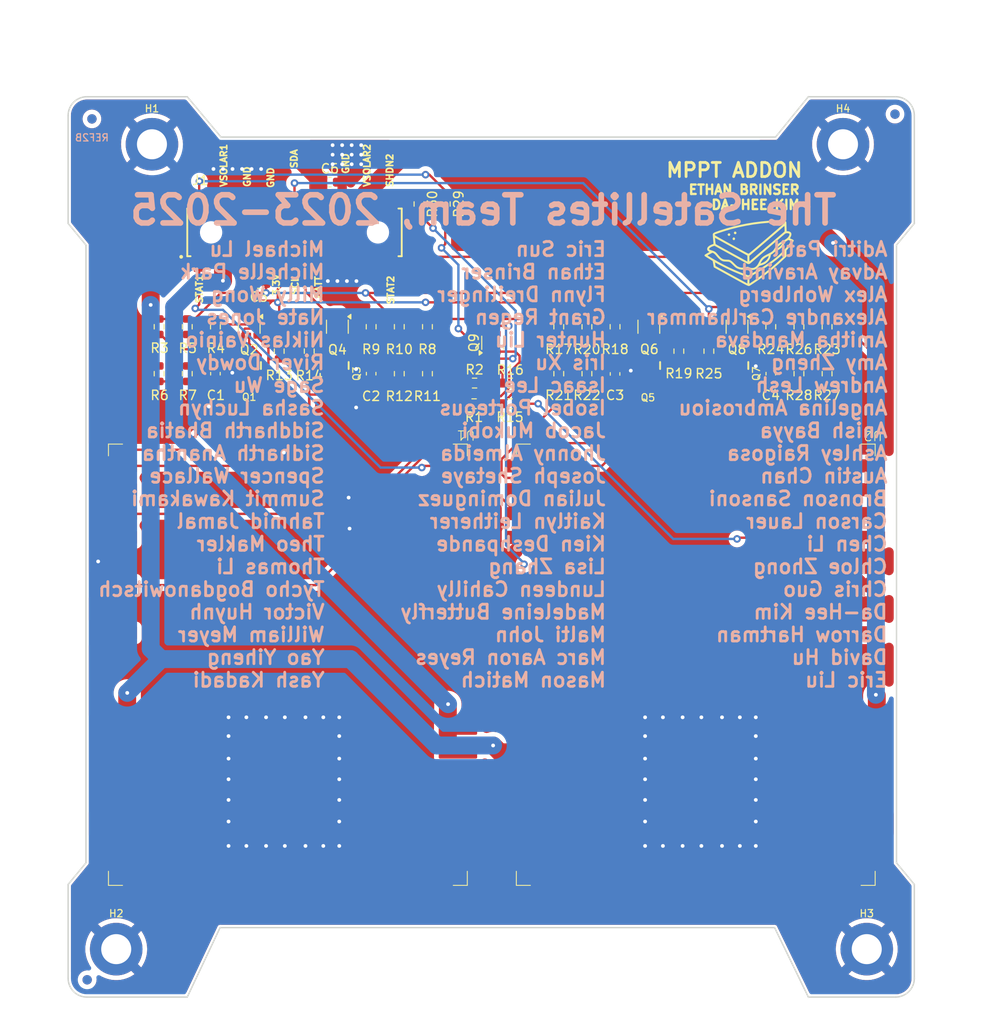
<source format=kicad_pcb>
(kicad_pcb (version 20241229) (generator "pcbnew") (generator_version "9.0")
  (title_block (date "2025-04-05") (rev "1.4"))
  (layers (0 "F.Cu" signal) (2 "B.Cu" signal) (13 "F.Paste" user) (15 "B.Paste" user) (5 "F.SilkS" user "F.Silkscreen") (7 "B.SilkS" user "B.Silkscreen") (1 "F.Mask" user) (3 "B.Mask" user) (25 "Edge.Cuts" user))
  (net 0 "")
  (net 1 "GND")
  (net 2 "Net-(Q1B-G1)")
  (net 3 "Net-(Q3B-G1)")
  (net 4 "Net-(Q5B-G1)")
  (net 5 "Net-(Q7B-G1)")
  (net 6 "Net-(Q1A-G2)")
  (net 7 "Net-(Q1A-D1)")
  (net 8 "/SCL")
  (net 9 "/I2C Bus Protection/SDL_DEVICE")
  (net 10 "Net-(Q3A-G2)")
  (net 11 "Net-(Q3A-D1)")
  (net 12 "/SDA")
  (net 13 "Net-(Q4A-B1)")
  (net 14 "/I2C Bus Protection/SDA_DEVICE")
  (net 15 "Net-(Q5A-G2)")
  (net 16 "Net-(Q5A-D1)")
  (net 17 "Net-(Q6A-B1)")
  (net 18 "/I2C Bus Protection1/SDL_DEVICE")
  (net 19 "Net-(Q7A-G2)")
  (net 20 "Net-(Q7A-D1)")
  (net 21 "Net-(Q8A-B1)")
  (net 22 "/I2C Bus Protection1/SDA_DEVICE")
  (net 23 "+3.3V")
  (net 25 "Net-(U1-V_{DD})")
  (net 28 "/STAT_1")
  (net 29 "Net-(U1-CA)")
  (net 30 "/~{SHDN_1}")
  (net 32 "+BATT")
  (net 34 "/VSOLAR_2")
  (net 36 "Net-(U2-V_{DD})")
  (net 39 "/STAT_2")
  (net 40 "Net-(U2-CA)")
  (net 41 "/~{SHDN_2}")
  (net 44 "Net-(Q2A-B1)")
  (net 45 "/VSOLAR_1")
  (net 46 "Net-(Q9B-C2)")
  (net 47 "Net-(Q9A-C1)")
  (net 48 "Net-(Q9A-B1)")
  (net 49 "Net-(Q9B-B2)")
  (footprint "MountingHole:MountingHole_3.2mm_M3_DIN965_Pad" (layer "F.Cu") (at 107.2361 57.5641)
    (property "Reference" "H1")
    (property "Value" "MountingHole_Pad")
  )
  (footprint "MountingHole:MountingHole_3.2mm_M3_DIN965_Pad" (layer "F.Cu") (at 103.4261 143.2941)
    (property "Reference" "H2")
    (property "Value" "MountingHole_Pad")
  )
  (footprint "MountingHole:MountingHole_3.2mm_M3_DIN965_Pad" (layer "F.Cu") (at 183.4261 143.2941)
    (property "Reference" "H3")
    (property "Value" "MountingHole_Pad")
  )
  (footprint "MountingHole:MountingHole_3.2mm_M3_DIN965_Pad" (layer "F.Cu") (at 180.8961 57.5641)
    (property "Reference" "H4")
    (property "Value" "MountingHole_Pad")
  )
  (footprint "Fiducial:Fiducial_1mm_Mask2mm" (layer "F.Cu") (at 100.33 146.558)
    (property "Reference" "REF1T" (hide yes))
    (property "Value" "Fiducial_1mm_Mask2mm")
  )
  (footprint "Resistor_SMD:R_0603_1608Metric" (layer "F.Cu") (at 141.625 83)
    (property "Reference" "R2")
    (property "Value" "0")
  )
  (footprint "Resistor_SMD:R_0603_1608Metric" (layer "F.Cu") (at 176.2 82 90)
    (property "Reference" "R28")
    (property "Value" "200k")
  )
  (footprint "Resistor_SMD:R_0603_1608Metric" (layer "F.Cu") (at 153.6 77 -90)
    (property "Reference" "R20")
    (property "Value" "10k")
  )
  (footprint "Resistor_SMD:R_0603_1608Metric" (layer "F.Cu") (at 138.5 63.925 -90)
    (property "Reference" "R29")
    (property "Value" "10k")
  )
  (footprint "Fiducial:Fiducial_1mm_Mask2mm" (layer "F.Cu") (at 186.436 54.356)
    (property "Reference" "REF3T" (hide yes))
    (property "Value" "Fiducial_1mm_Mask2mm")
  )
  (footprint "Resistor_SMD:R_0603_1608Metric" (layer "F.Cu") (at 111 77 -90)
    (property "Reference" "R5")
    (property "Value" "10k")
  )
  (footprint "Package_TO_SOT_SMD:SOT-363_SC-70-6" (layer "F.Cu") (at 127 77 -90)
    (property "Reference" "Q4")
    (property "Value" "MBT2222ADW1T1")
  )
  (footprint "Resistor_SMD:R_0603_1608Metric" (layer "F.Cu") (at 114 77 -90)
    (property "Reference" "R4")
    (property "Value" "680")
  )
  (footprint "Resistor_SMD:R_0603_1608Metric" (layer "F.Cu") (at 166.6 79.6 90)
    (property "Reference" "R25")
    (property "Value" "0")
  )
  (footprint "Resistor_SMD:R_0603_1608Metric" (layer "F.Cu") (at 145.425 83 180)
    (property "Reference" "R16")
    (property "Value" "100k")
  )
  (footprint "Resistor_SMD:R_0603_1608Metric" (layer "F.Cu") (at 120.8 79.6 90)
    (property "Reference" "R13")
    (property "Value" "0")
  )
  (footprint "Resistor_SMD:R_0603_1608Metric" (layer "F.Cu") (at 150.6 77 -90)
    (property "Reference" "R17")
    (property "Value" "100k")
  )
  (footprint "Capacitor_SMD:C_0603_1608Metric" (layer "F.Cu") (at 130.6 82 90)
    (property "Reference" "C2")
    (property "Value" "10nF")
  )
  (footprint "ssi_IC:LT8491-mezzanine" (layer "F.Cu") (at 140.35 90 180)
    (property "Reference" "U1")
    (property "Value" "LT8491-mezzanine")
  )
  (footprint "Capacitor_SMD:C_0603_1608Metric" (layer "F.Cu") (at 118.625 72.4 180)
    (property "Reference" "C5")
    (property "Value" "0.1uF")
  )
  (footprint "Resistor_SMD:R_0603_1608Metric" (layer "F.Cu") (at 150.6 82 -90)
    (property "Reference" "R21")
    (property "Value" "10k")
  )
  (footprint "Resistor_SMD:R_0603_1608Metric" (layer "F.Cu") (at 133.6 82 90)
    (property "Reference" "R12")
    (property "Value" "200k")
  )
  (footprint "Resistor_SMD:R_0603_1608Metric" (layer "F.Cu") (at 133.6 77 -90)
    (property "Reference" "R10")
    (property "Value" "10k")
  )
  (footprint "Resistor_SMD:R_0603_1608Metric" (layer "F.Cu") (at 173.2 77 -90)
    (property "Reference" "R24")
    (property "Value" "680")
  )
  (footprint "Resistor_SMD:R_0603_1608Metric" (layer "F.Cu") (at 130.6 77 -90)
    (property "Reference" "R9")
    (property "Value" "680")
  )
  (footprint "Package_TO_SOT_SMD:SOT-363_SC-70-6" (layer "F.Cu") (at 143.55 78.7 90)
    (property "Reference" "Q9")
    (property "Value" "MBT2222ADW1T1")
  )
  (footprint "Resistor_SMD:R_0603_1608Metric" (layer "F.Cu") (at 141.575 85.2 180)
    (property "Reference" "R1")
    (property "Value" "100k")
  )
  (footprint "Resistor_SMD:R_0603_1608Metric" (layer "F.Cu") (at 179.2 77 -90)
    (property "Reference" "R23")
    (property "Value" "100k")
  )
  (footprint "Resistor_SMD:R_0603_1608Metric" (layer "F.Cu") (at 163.4 79.6 90)
    (property "Reference" "R19")
    (property "Value" "0")
  )
  (footprint "Resistor_SMD:R_0603_1608Metric" (layer "F.Cu") (at 124 79.6 90)
    (property "Reference" "R14")
    (property "Value" "0")
  )
  (footprint "Capacitor_SMD:C_0603_1608Metric" (layer "F.Cu") (at 173.2 82 90)
    (property "Reference" "C4")
    (property "Value" "10nF")
  )
  (footprint "Resistor_SMD:R_0603_1608Metric" (layer "F.Cu") (at 108 77 -90)
    (property "Reference" "R3")
    (property "Value" "100k")
  )
  (footprint "Resistor_SMD:R_0603_1608Metric" (layer "F.Cu") (at 136.6 77 -90)
    (property "Reference" "R8")
    (property "Value" "100k")
  )
  (footprint "Capacitor_SMD:C_0603_1608Metric" (layer "F.Cu") (at 126.2 61.6)
    (property "Reference" "C6")
    (property "Value" "0.1uF")
  )
  (footprint "ssi_transistor:BSS138DWQ-7" (layer "F.Cu") (at 127 82 -90)
    (property "Reference" "Q3")
    (property "Value" "BSS138DWQ-7" (hide yes))
  )
  (footprint "Fiducial:Fiducial_1mm_Mask2mm" (layer "F.Cu") (at 100.838 54.864 90)
    (property "Reference" "REF2T" (hide yes))
    (property "Value" "Fiducial_1mm_Mask2mm")
  )
  (footprint "Resistor_SMD:R_0603_1608Metric" (layer "F.Cu") (at 176.2 77 -90)
    (property "Reference" "R26")
    (property "Value" "10k")
  )
  (footprint "Resistor_SMD:R_0603_1608Metric" (layer "F.Cu") (at 108 82 -90)
    (property "Reference" "R6")
    (property "Value" "10k")
  )
  (footprint "Capacitor_SMD:C_0603_1608Metric" (layer "F.Cu") (at 114 82 90)
    (property "Reference" "C1")
    (property "Value" "10nF")
  )
  (footprint "Resistor_SMD:R_0603_1608Metric" (layer "F.Cu") (at 153.6 82 90)
    (property "Reference" "R22")
    (property "Value" "200k")
  )
  (footprint "ssi_transistor:BSS138DWQ-7" (layer "F.Cu") (at 160.2 82 -90)
    (property "Reference" "Q5")
    (property "Value" "BSS138DWQ-7" (hide yes))
  )
  (footprint "Resistor_SMD:R_0603_1608Metric" (layer "F.Cu") (at 135.7 63.925 -90)
    (property "Reference" "R30")
    (property "Value" "10k")
  )
  (footprint "Package_TO_SOT_SMD:SOT-363_SC-70-6" (layer "F.Cu") (at 117.6 77 -90)
    (property "Reference" "Q2")
    (property "Value" "MBT2222ADW1T1")
  )
  (footprint "ssi_IC:LT8491-mezzanine" (layer "F.Cu") (at 183.825 90 180)
    (property "Reference" "U2")
    (property "Value" "LT8491-mezzanine")
  )
  (footprint "ssi_transistor:BSS138DWQ-7" (layer "F.Cu") (at 117.65 82 -90)
    (property "Reference" "Q1")
    (property "Value" "BSS138DWQ-7" (hide yes))
  )
  (footprint "Package_TO_SOT_SMD:SOT-363_SC-70-6" (layer "F.Cu") (at 160.2 77 -90)
    (property "Reference" "Q6")
    (property "Value" "MBT2222ADW1T1")
  )
  (footprint "Resistor_SMD:R_0603_1608Metric" (layer "F.Cu") (at 156.6 77 -90)
    (property "Reference" "R18")
    (property "Value" "680")
  )
  (footprint "ssi_transistor:BSS138DWQ-7" (layer "F.Cu") (at 169.6 82 -90)
    (property "Reference" "Q7")
    (property "Value" "BSS138DWQ-7" (hide yes))
  )
  (footprint "ssi_connector:SAMTEC_HW-09-XX-X-D-XXX-SM-A" (layer "F.Cu") (at 122.43 66.95)
    (property "Reference" "J1")
    (property "Value" "HW-09-10-L-D-400-SM")
  )
  (footprint "ssi_drawings:logo_sandwich" (layer "F.Cu") (at 170.9 68.5)
    (property "Reference" "G***" (hide yes))
    (property "Value" "logo_sandwich" (hide yes))
  )
  (footprint "Package_TO_SOT_SMD:SOT-363_SC-70-6" (layer "F.Cu") (at 169.6 77 -90)
    (property "Reference" "Q8")
    (property "Value" "MBT2222ADW1T1")
  )
  (footprint "Resistor_SMD:R_0603_1608Metric" (layer "F.Cu") (at 145.4 85.2 180)
    (property "Reference" "R15")
    (property "Value" "0")
  )
  (footprint "Resistor_SMD:R_0603_1608Metric" (layer "F.Cu") (at 111 82 90)
    (property "Reference" "R7")
    (property "Value" "200k")
  )
  (footprint "Resistor_SMD:R_0603_1608Metric" (layer "F.Cu") (at 136.6 82 -90)
    (property "Reference" "R11")
    (property "Value" "10k")
  )
  (footprint "Capacitor_SMD:C_0603_1608Metric" (layer "F.Cu") (at 156.6 82.025 90)
    (property "Reference" "C3")
    (property "Value" "10nF")
  )
  (footprint "Resistor_SMD:R_0603_1608Metric" (layer "F.Cu") (at 179.2 82 -90)
    (property "Reference" "R27")
    (property "Value" "10k")
  )
  (footprint "Fiducial:Fiducial_1mm_Mask2mm" (layer "B.Cu") (at 186.436 54.356)
    (property "Reference" "REF1B" (hide yes))
    (property "Value" "Fiducial_1mm_Mask2mm")
  )
  (footprint "Fiducial:Fiducial_1mm_Mask2mm" (layer "B.Cu") (at 100.838 54.864)
    (property "Reference" "REF2B")
    (property "Value" "Fiducial_1mm_Mask2mm")
  )
  (footprint "Fiducial:Fiducial_1mm_Mask2mm" (layer "B.Cu") (at 100.33 146.558)
    (property "Reference" "REF3B" (hide yes))
    (property "Value" "Fiducial_1mm_Mask2mm")
  )
  (gr_line (start 188.5 54.5) (end 188.5 66) (stroke (width 0.15)) (layer "Edge.Cuts"))
  (gr_line (start 186.6 68.3) (end 186.6 134.1) (stroke (width 0.15)) (layer "Edge.Cuts"))
  (gr_arc (start 186.5 52.5) (mid 187.914214 53.085786) (end 188.5 54.5) (stroke (width 0.15)) (layer "Edge.Cuts"))
  (gr_line (start 188.5 136.4) (end 188.5 146.4) (stroke (width 0.15)) (layer "Edge.Cuts"))
  (gr_line (start 186.5 52.5) (end 177.2 52.5) (stroke (width 0.15)) (layer "Edge.Cuts"))
  (gr_line (start 111 52.5) (end 100.3 52.5) (stroke (width 0.15)) (layer "Edge.Cuts"))
  (gr_line (start 173.6 141) (end 177.2 148.4) (stroke (width 0.15)) (layer "Edge.Cuts"))
  (gr_line (start 98.3 136.4) (end 98.3 146.4) (stroke (width 0.15)) (layer "Edge.Cuts"))
  (gr_line (start 98.3 54.5) (end 98.3 66) (stroke (width 0.15)) (layer "Edge.Cuts"))
  (gr_line (start 186.6 68.3) (end 188.5 66) (stroke (width 0.15)) (layer "Edge.Cuts"))
  (gr_line (start 114.5 141) (end 111 148.4) (stroke (width 0.15)) (layer "Edge.Cuts"))
  (gr_line (start 114.6 56.8) (end 173.7 56.8) (stroke (width 0.15)) (layer "Edge.Cuts"))
  (gr_line (start 186.6 134.1) (end 188.5 136.4) (stroke (width 0.15)) (layer "Edge.Cuts"))
  (gr_line (start 100.2 68.3) (end 98.3 66) (stroke (width 0.15)) (layer "Edge.Cuts"))
  (gr_line (start 177.2 52.5) (end 173.7 56.8) (stroke (width 0.15)) (layer "Edge.Cuts"))
  (gr_line (start 114.6 56.8) (end 111 52.5) (stroke (width 0.15)) (layer "Edge.Cuts"))
  (gr_arc (start 98.3 54.5) (mid 98.885786 53.085786) (end 100.3 52.5) (stroke (width 0.15)) (layer "Edge.Cuts"))
  (gr_line (start 100.2 134.1) (end 100.2 68.3) (stroke (width 0.15)) (layer "Edge.Cuts"))
  (gr_arc (start 100.3 148.4) (mid 98.885786 147.814214) (end 98.3 146.4) (stroke (width 0.15)) (layer "Edge.Cuts"))
  (gr_line (start 173.6 141) (end 114.5 141) (stroke (width 0.15)) (layer "Edge.Cuts"))
  (gr_line (start 111 148.4) (end 100.3 148.4) (stroke (width 0.15)) (layer "Edge.Cuts"))
  (gr_line (start 186.5 148.4) (end 177.2 148.4) (stroke (width 0.15)) (layer "Edge.Cuts"))
  (gr_line (start 100.2 134.1) (end 98.3 136.4) (stroke (width 0.15)) (layer "Edge.Cuts"))
  (gr_arc (start 188.5 146.4) (mid 187.914214 147.814214) (end 186.5 148.4) (stroke (width 0.15)) (layer "Edge.Cuts"))
  (gr_text "GND\n" (at 120.3 62.3 90) (layer "F.SilkS") (effects (font (size 0.7 0.7) (thickness 0.175) (bold yes)) (justify left bottom)))
  (gr_text "STAT1" (at 112.7 74.6 90) (layer "F.SilkS") (effects (font (size 0.7 0.7) (thickness 0.175) (bold yes)) (justify left bottom)))
  (gr_text "GND\n" (at 117.8 62.2 90) (layer "F.SilkS") (effects (font (size 0.7 0.7) (thickness 0.175) (bold yes)) (justify left bottom)))
  (gr_text "BATT\n" (at 125.4 74.1 90) (layer "F.SilkS") (effects (font (size 0.7 0.7) (thickness 0.175) (bold yes)) (justify left bottom)))
  (gr_text "VSOLAR2\n\n" (at 131.7 62.2 90) (layer "F.SilkS") (effects (font (size 0.7 0.7) (thickness 0.175) (bold yes)) (justify left bottom)))
  (gr_text "SDA" (at 122.8 60.2 90) (layer "F.SilkS") (effects (font (size 0.7 0.7) (thickness 0.175) (bold yes)) (justify left bottom)))
  (gr_text "ETHAN BRINSER\nDA-HEE KIM\n" (at 176.4 64.6 0) (layer "F.SilkS") (effects (font (size 1 1) (thickness 0.25) (bold yes)) (justify right bottom)))
  (gr_text "GND\n" (at 128.3 60.8 90) (layer "F.SilkS") (effects (font (size 0.7 0.7) (thickness 0.175) (bold yes)) (justify left bottom)))
  (gr_text "MPPT ADDON" (at 161.9 61.2 0) (layer "F.SilkS") (effects (font (size 1.5 1.5) (thickness 0.3) (bold yes)) (justify left bottom)))
  (gr_text "VSOLAR1\n" (at 115.3 62.2 90) (layer "F.SilkS") (effects (font (size 0.7 0.7) (thickness 0.175) (bold yes)) (justify left bottom)))
  (gr_text "STAT2\n" (at 133.1 74.7 90) (layer "F.SilkS") (effects (font (size 0.7 0.7) (thickness 0.175) (bold yes)) (justify left bottom)))
  (gr_text "3.3V" (at 120.9 73.8 90) (layer "F.SilkS") (effects (font (size 0.7 0.7) (thickness 0.175) (bold yes)) (justify left bottom)))
  (gr_text "SCL\n" (at 122.9 73.7 90) (layer "F.SilkS") (effects (font (size 0.7 0.7) (thickness 0.175) (bold yes)) (justify left bottom)))
  (gr_text "SHDN2\n" (at 133 62.2 90) (layer "F.SilkS") (effects (font (size 0.7 0.7) (thickness 0.175) (bold yes)) (justify left bottom)))
  (gr_text "Aditri Patil\nAdvay Aravind\nAlex Wohlberg\nAlexandre Carlhammar\nAmitha Mandava\nAmy Zheng\nAndrew Lesh\nAngelina Ambrosiou\nAnish Bayya\nAshley Raigosa\nAustin Chan\nBronson Sansoni\nCarson Lauer\nChen Li\nChloe Zhong\nChris Guo\nDa-Hee Kim\nDarrow Hartman\nDavid Hu\nEric Liu" (at 185.8 115.5 0) (layer "B.SilkS") (effects (font (size 1.5 1.5) (thickness 0.3) (bold yes)) (justify left bottom mirror)))
  (gr_text "Michael Lu\nMichelle Park\nMilly Wong\nNate Jones\nNiklas Vainio\nRiver Dowdy\nSage Wu\nSasha Luchyn \nSiddharth Bhatia\nSidharth Anantha\nSpencer Wallace\nSummit Kawakami\nTahmid Jamal\nTheo Makler\nThomas Li\nTycho Bogdanowitsch\nVictor Huynh\nWilliam Meyer\nYao Yiheng\nYash Kadadi" (at 125.8 115.5 0) (layer "B.SilkS") (effects (font (size 1.5 1.5) (thickness 0.3) (bold yes)) (justify left bottom mirror)))
  (gr_text "Eric Sun\nEthan Brinser\nFlynn Dreilinger\nGrant Regen\nHunter Liu\nIris Xu\nIsaac Lee\nIsobel Porteous\nJacob Mukobi\nJhonny Almeida\nJoseph Shetaye\nJulian Dominguez\nKaitlyn Leitherer\nKien Deshpande\nLisa Zhang\nLundeen Cahilly\nMadeleine Butterfly\nMalti John\nMarc Aaron Reyes\nMason Matich" (at 155.8 115.5 0) (layer "B.SilkS") (effects (font (size 1.5 1.5) (thickness 0.3) (bold yes)) (justify left bottom mirror)))
  (gr_text "The Satellites Team, 2023-2025" (at 180.52365 66.34 0) (layer "B.SilkS") (effects (font (size 3 3) (thickness 0.6) (bold yes)) (justify left bottom mirror)))
  (segment (start 117 82.6) (end 117 82.95) (width 0.25) (layer "F.Cu") (net 1))
  (segment (start 130.6 81.425) (end 129.075 81.425) (width 0.25) (layer "F.Cu") (net 1))
  (segment (start 142.9 79.31538) (end 142.9 79.65) (width 0.25) (layer "F.Cu") (net 1))
  (segment (start 126.35 82.95) (end 126.35 82.64038) (width 0.25) (layer "F.Cu") (net 1))
  (segment (start 170.45 81.25) (end 170.25 81.05) (width 0.25) (layer "F.Cu") (net 1))
  (segment (start 144.2 77.75) (end 144.2 78.35) (width 0.25) (layer "F.Cu") (net 1))
  (segment (start 144.6 83) (end 144.6 81.5) (width 0.25) (layer "F.Cu") (net 1))
  (segment (start 173.2 81.25) (end 171.65 81.25) (width 0.25) (layer "F.Cu") (net 1))
  (segment (start 127.31538 81.675) (end 127.33462 81.675) (width 0.25) (layer "F.Cu") (net 1))
  (segment (start 114 81.225) (end 115.125 81.225) (width 0.25) (layer "F.Cu") (net 1))
  (segment (start 147.075 127.38) (end 147.075 124.84) (width 1) (layer "F.Cu") (net 1))
  (segment (start 160.85 81.35962) (end 160.53462 81.675) (width 0.25) (layer "F.Cu") (net 1))
  (segment (start 139.9 125.315) (end 139.425 124.84) (width 1) (layer "F.Cu") (net 1))
  (segment (start 171.6 81.2) (end 171.55 81.25) (width 0.25) (layer "F.Cu") (net 1))
  (segment (start 184.925 124.84) (end 184.925 127.38) (width 1) (layer "F.Cu") (net 1))
  (segment (start 142.9 82.55) (end 142.45 83) (width 0.25) (layer "F.Cu") (net 1))
  (segment (start 170.45 81.25) (end 171.55 81.25) (width 0.25) (layer "F.Cu") (net 1))
  (segment (start 127.33462 81.675) (end 127.65 81.35962) (width 0.25) (layer "F.Cu") (net 1))
  (segment (start 115.8 81.9) (end 117.75962 81.9) (width 0.25) (layer "F.Cu") (net 1))
  (segment (start 143.55 79) (end 143.21538 79) (width 0.25) (layer "F.Cu") (net 1))
  (segment (start 117.7 69.9025) (end 117.35 69.5525) (width 0.25) (layer "F.Cu") (net 1))
  (segment (start 142.9 79.65) (end 142.9 82.55) (width 0.25) (layer "F.Cu") (net 1))
  (segment (start 144.2 78.35) (end 143.55 79) (width 0.25) (layer "F.Cu") (net 1))
  (segment (start 117.75962 81.9) (end 117.7 81.9) (width 0.25) (layer "F.Cu") (net 1))
  (segment (start 139.9 126.905) (end 139.9 125.315) (width 1) (layer "F.Cu") (net 1))
  (segment (start 126.35 82.64038) (end 127.31538 81.675) (width 0.25) (layer "F.Cu") (net 1))
  (segment (start 118.3 81.05) (end 118.3 81.35962) (width 0.25) (layer "F.Cu") (net 1))
  (segment (start 171.65 81.25) (end 171.6 81.2) (width 0.25) (layer "F.Cu") (net 1))
  (segment (start 117.7 81.9) (end 117 82.6) (width 0.25) (layer "F.Cu") (net 1))
  (segment (start 169.79038 81.8) (end 168.95 82.64038) (width 0.25) (layer "F.Cu") (net 1))
  (segment (start 127.65 81.35962) (end 127.65 81.05) (width 0.25) (layer "F.Cu") (net 1))
  (segment (start 127.65 81.05) (end 128.1 81.5) (width 0.25) (layer "F.Cu") (net 1))
  (segment (start 129.075 81.425) (end 129 81.5) (width 0.25) (layer "F.Cu") (net 1))
  (segment (start 117.85 72.4) (end 117.7 72.25) (width 0.25) (layer "F.Cu") (net 1))
  (segment (start 157.85 81.25) (end 159.55 82.95) (width 0.25) (layer "F.Cu") (net 1))
  (segment (start 143.21538 79) (end 142.9 79.31538) (width 0.25) (layer "F.Cu") (net 1))
  (segment (start 144.6 83) (end 142.45 83) (width 0.25) (layer "F.Cu") (net 1))
  (segment (start 156.6 81.25) (end 157.85 81.25) (width 0.25) (layer "F.Cu") (net 1))
  (segment (start 169.80962 81.8) (end 169.79038 81.8) (width 0.25) (layer "F.Cu") (net 1))
  (segment (start 118.3 81.35962) (end 117.75962 81.9) (width 0.25) (layer "F.Cu") (net 1))
  (segment (start 139.425 127.38) (end 139.9 126.905) (width 1) (layer "F.Cu") (net 1))
  (segment (start 158.275 81.675) (end 158 81.4) (width 0.25) (layer "F.Cu") (net 1))
  (segment (start 115.125 81.225) (end 115.8 81.9) (width 0.25) (layer "F.Cu") (net 1))
  (segment (start 158 81.4) (end 157.85 81.25) (width 0.25) (layer "F.Cu") (net 1))
  (segment (start 127.51 60.704) (end 127.51 64.3475) (width 1) (layer "F.Cu") (net 1))
  (segment (start 160.85 81.05) (end 160.85 81.35962) (width 0.25) (layer "F.Cu") (net 1))
  (segment (start 103.175 124.84) (end 103.175 127.38) (width 1) (layer "F.Cu") (net 1))
  (segment (start 160.53462 81.675) (end 158.275 81.675) (width 0.25) (layer "F.Cu") (net 1))
  (segment (start 126.975 63.8125) (end 127.51 64.3475) (width 0.25) (layer "F.Cu") (net 1))
  (segment (start 170.25 81.35962) (end 169.80962 81.8) (width 0.25) (layer "F.Cu") (net 1))
  (segment (start 168.95 82.95) (end 168.95 82.64038) (width 0.25) (layer "F.Cu") (net 1))
  (segment (start 117.7 72.25) (end 117.7 69.9025) (width 0.25) (layer "F.Cu") (net 1))
  (segment (start 170.25 81.05) (end 170.25 81.35962) (width 0.25) (layer "F.Cu") (net 1))
  (segment (start 128.1 81.5) (end 129 81.5) (width 0.25) (layer "F.Cu") (net 1))
  (segment (start 128.524 59.69) (end 127.51 60.704) (width 1) (layer "F.Cu") (net 1))
  (via (at 159.8 127.4) (size 0.8) (drill 0.4) (layers "F.Cu" "B.Cu") (net 1))
  (via (at 159.8 118.6) (size 0.8) (drill 0.4) (layers "F.Cu" "B.Cu") (net 1))
  (via (at 159.8 125.2) (size 0.8) (drill 0.4) (layers "F.Cu" "B.Cu") (net 1))
  (via (at 115.4 123) (size 0.8) (drill 0.4) (layers "F.Cu" "B.Cu") (net 1))
  (via (at 128.3 98.5) (size 0.8) (drill 0.4) (layers "F.Cu" "B.Cu") (net 1))
  (via (at 127.508 57.658) (size 0.8) (drill 0.4) (layers "F.Cu" "B.Cu") (net 1))
  (via (at 113.3 85.5) (size 0.8) (drill 0.4) (layers "F.Cu" "B.Cu") (net 1))
  (via (at 128.524 57.658) (size 0.8) (drill 0.4) (layers "F.Cu" "B.Cu") (net 1))
  (via (at 158.275 81.675) (size 0.8) (drill 0.4) (layers "F.Cu" "B.Cu") (net 1))
  (via (at 127.2 129.7) (size 0.8) (drill 0.4) (layers "F.Cu" "B.Cu") (net 1))
  (via (at 168 118.6) (size 0.8) (drill 0.4) (layers "F.Cu" "B.Cu") (net 1))
  (via (at 127.2 118.6) (size 0.8) (drill 0.4) (layers "F.Cu" "B.Cu") (net 1))
  (via (at 163.8 132.3) (size 0.8) (drill 0.4) (layers "F.Cu" "B.Cu") (net 1))
  (via (at 121.4 118.6) (size 0.8) (drill 0.4) (layers "F.Cu" "B.Cu") (net 1))
  (via (at 171.6 118.6) (size 0.8) (drill 0.4) (layers "F.Cu" "B.Cu") (net 1))
  (via (at 128.016 72.136) (size 0.8) (drill 0.4) (layers "F.Cu" "B.Cu") (net 1))
  (via (at 119.4 132.3) (size 0.8) (drill 0.4) (layers "F.Cu" "B.Cu") (net 1))
  (via (at 159.8 123) (size 0.8) (drill 0.4) (layers "F.Cu" "B.Cu") (net 1))
  (via (at 159.8 132.3) (size 0.8) (drill 0.4) (layers "F.Cu" "B.Cu") (net 1))
  (via (at 115.4 129.7) (size 0.8) (drill 0.4) (layers "F.Cu" "B.Cu") (net 1))
  (via (at 118.872 60.198) (size 0.8) (drill 0.4) (layers "F.Cu" "B.Cu") (net 1))
  (via (at 126.492 57.658) (size 0.8) (drill 0.4) (layers "F.Cu" "B.Cu") (net 1))
  (via (at 159.8 120.6) (size 0.8) (drill 0.4) (layers "F.Cu" "B.Cu") (net 1))
  (via (at 115.4 127.4) (size 0.8) (drill 0.4) (layers "F.Cu" "B.Cu") (net 1))
  (via (at 129.54 59.69) (size 0.8) (drill 0.4) (layers "F.Cu" "B.Cu") (net 1))
  (via (at 126.492 59.69) (size 0.8) (drill 0.4) (layers "F.Cu" "B.Cu") (net 1))
  (via (at 123.6 118.6) (size 0.8) (drill 0.4) (layers "F.Cu" "B.Cu") (net 1))
  (via (at 126.492 58.674) (size 0.8) (drill 0.4) (layers "F.Cu" "B.Cu") (net 1))
  (via (at 171.6 125.2) (size 0.8) (drill 0.4) (layers "F.Cu" "B.Cu") (net 1))
  (via (at 171.6 129.7) (size 0.8) (drill 0.4) (layers "F.Cu" "B.Cu") (net 1))
  (via (at 128.2 95.2) (size 0.8) (drill 0.4) (layers "F.Cu" "B.Cu") (net 1))
  (via (at 127.2 127.4) (size 0.8) (drill 0.4) (layers "F.Cu" "B.Cu") (net 1))
  (via (at 115.824 60.198) (size 0.8) (drill 0.4) (layers "F.Cu" "B.Cu") (net 1))
  (via (at 119.4 118.6) (size 0.8) (drill 0.4) (layers "F.Cu" "B.Cu") (net 1))
  (via (at 117.3 118.6) (size 0.8) (drill 0.4) (layers "F.Cu" "B.Cu") (net 1))
  (via (at 171.6 81.2) (size 0.8) (drill 0.4) (layers "F.Cu" "B.Cu") (net 1))
  (via (at 125.5 132.3) (size 0.8) (drill 0.4) (layers "F.Cu" "B.Cu") (net 1))
  (via (at 127 72.136) (size 0.8) (drill 0.4) (layers "F.Cu" "B.Cu") (net 1))
  (via (at 115.4 118.6) (size 0.8) (drill 0.4) (layers "F.Cu" "B.Cu") (net 1))
  (via (at 116.84 60.198) (size 0.8) (drill 0.4) (layers "F.Cu" "B.Cu") (net 1))
  (via (at 161.7 132.3) (size 0.8) (drill 0.4) (layers "F.Cu" "B.Cu") (net 1))
  (via (at 171.6 127.4) (size 0.8) (drill 0.4) (layers "F.Cu" "B.Cu") (net 1))
  (via (at 169.9 132.3) (size 0.8) (drill 0.4) (layers "F.Cu" "B.Cu") (net 1))
  (via (at 117.856 60.198) (size 0.8) (drill 0.4) (layers "F.Cu" "B.Cu") (net 1))
  (via (at 128.524 59.69) (size 0.8) (drill 0.4) (layers "F.Cu" "B.Cu") (net 1))
  (via (at 114.808 60.198) (size 0.8) (drill 0.4) (layers "F.Cu" "B.Cu") (net 1))
  (via (at 159.8 129.7) (size 0.8) (drill 0.4) (layers "F.Cu" "B.Cu") (net 1))
  (via (at 115.8 81.9) (size 0.8) (drill 0.4) (layers "F.Cu" "B.Cu") (net 1))
  (via (at 121.3 90.4) (size 0.8) (drill 0.4) (layers "F.Cu" "B.Cu") (net 1))
  (via (at 115.4 120.6) (size 0.8) (drill 0.4) (layers "F.Cu" "B.Cu") (net 1))
  (via (at 165.8 132.3) (size 0.8) (drill 0.4) (layers "F.Cu" "B.Cu") (net 1))
  (via (at 161.7 118.6) (size 0.8) (drill 0.4) (layers "F.Cu" "B.Cu") (net 1))
  (via (at 115.4 125.2) (size 0.8) (drill 0.4) (layers "F.Cu" "B.Cu") (net 1))
  (via (at 125.984 72.136) (size 0.8) (drill 0.4) (layers "F.Cu" "B.Cu") (net 1))
  (via (at 127.2 125.2) (size 0.8) (drill 0.4) (layers "F.Cu" "B.Cu") (net 1))
  (via (at 127.508 59.69) (size 0.8) (drill 0.4) (layers "F.Cu" "B.Cu") (net 1))
  (via (at 165.8 118.6) (size 0.8) (drill 0.4) (layers "F.Cu" "B.Cu") (net 1))
  (via (at 123.6 132.3) (size 0.8) (drill 0.4) (layers "F.Cu" "B.Cu") (net 1))
  (via (at 115.4 132.3) (size 0.8) (drill 0.4) (layers "F.Cu" "B.Cu") (net 1))
  (via (at 129.54 58.674) (size 0.8) (drill 0.4) (layers "F.Cu" "B.Cu") (net 1))
  (via (at 127.508 58.674) (size 0.8) (drill 0.4) (layers "F.Cu" "B.Cu") (net 1))
  (via (at 171.6 120.6) (size 0.8) (drill 0.4) (layers "F.Cu" "B.Cu") (net 1))
  (via (at 129.032 72.136) (size 0.8) (drill 0.4) (layers "F.Cu" "B.Cu") (net 1))
  (via (at 169.9 118.6) (size 0.8) (drill 0.4) (layers "F.Cu" "B.Cu") (net 1))
  (via (at 113.792 60.198) (size 0.8) (drill 0.4) (layers "F.Cu" "B.Cu") (net 1))
  (via (at 127.2 132.3) (size 0.8) (drill 0.4) (layers "F.Cu" "B.Cu") (net 1))
  (via (at 129 81.5) (size 0.8) (drill 0.4) (layers "F.Cu" "B.Cu") (net 1))
  (via (at 163.8 118.6) (size 0.8) (drill 0.4) (layers "F.Cu" "B.Cu") (net 1))
  (via (at 125.5 118.6) (size 0.8) (drill 0.4) (layers "F.Cu" "B.Cu") (net 1))
  (via (at 127.2 120.6) (size 0.8) (drill 0.4) (layers "F.Cu" "B.Cu") (net 1))
  (via (at 129.54 57.658) (size 0.8) (drill 0.4) (layers "F.Cu" "B.Cu") (net 1))
  (via (at 127.2 123) (size 0.8) (drill 0.4) (layers "F.Cu" "B.Cu") (net 1))
  (via (at 168 132.3) (size 0.8) (drill 0.4) (layers "F.Cu" "B.Cu") (net 1))
  (via (at 101.5 102) (size 0.8) (drill 0.4) (layers "F.Cu" "B.Cu") (net 1))
  (via (at 171.6 132.3) (size 0.8) (drill 0.4) (layers "F.Cu" "B.Cu") (net 1))
  (via (at 121.4 132.3) (size 0.8) (drill 0.4) (layers "F.Cu" "B.Cu") (net 1))
  (via (at 128.524 58.674) (size 0.8) (drill 0.4) (layers "F.Cu" "B.Cu") (net 1))
  (via (at 117.3 132.3) (size 0.8) (drill 0.4) (layers "F.Cu" "B.Cu") (net 1))
  (via (at 171.6 123) (size 0.8) (drill 0.4) (layers "F.Cu" "B.Cu") (net 1))
  (via (at 129 85.6) (size 0.8) (drill 0.4) (layers "F.Cu" "B.Cu") (net 1))
  (segment (start 115.8 83) (end 113.3 85.5) (width 0.25) (layer "B.Cu") (net 1))
  (segment (start 118.2 90.4) (end 113.3 85.5) (width 0.25) (layer "B.Cu") (net 1))
  (segment (start 121.3 90.4) (end 118.2 90.4) (width 0.25) (layer "B.Cu") (net 1))
  (segment (start 115.8 81.9) (end 115.8 83) (width 0.25) (layer "B.Cu") (net 1))
  (segment (start 158.275 81.675) (end 158.1 81.85) (width 0.25) (layer "B.Cu") (net 1))
  (segment (start 117.65 83.25962) (end 117.30962 83.6) (width 0.25) (layer "F.Cu") (net 2))
  (segment (start 117.65 82.95) (end 117.65 83.25962) (width 0.25) (layer "F.Cu") (net 2))
  (segment (start 117.30962 83.6) (end 114.8 83.6) (width 0.25) (layer "F.Cu") (net 2))
  (segment (start 112.425 82.6) (end 111 81.175) (width 0.25) (layer "F.Cu") (net 2))
  (segment (start 114.8 83.6) (end 114.275 83.075) (width 0.25) (layer "F.Cu") (net 2))
  (segment (start 114.275 82.6) (end 112.425 82.6) (width 0.25) (layer "F.Cu") (net 2))
  (segment (start 130.775 83) (end 128.65962 83) (width 0.25) (layer "F.Cu") (net 3))
  (segment (start 127.31538 82.325) (end 127 82.64038) (width 0.25) (layer "F.Cu") (net 3))
  (segment (start 127 82.64038) (end 127 83.15) (width 0.25) (layer "F.Cu") (net 3))
  (segment (start 128.65962 83) (end 127.98462 82.325) (width 0.25) (layer "F.Cu") (net 3))
  (segment (start 127.98462 82.325) (end 127.31538 82.325) (width 0.25) (layer "F.Cu") (net 3))
  (segment (start 134 81.375) (end 132.4 81.375) (width 0.25) (layer "F.Cu") (net 3))
  (segment (start 132.4 81.375) (end 130.775 83) (width 0.25) (layer "F.Cu") (net 3))
  (segment (start 156.6 82.8) (end 157.375 83.575) (width 0.25) (layer "F.Cu") (net 4))
  (segment (start 160.2 83.25962) (end 160.2 82.95) (width 0.25) (layer "F.Cu") (net 4))
  (segment (start 154.975 81.175) (end 156.6 82.8) (width 0.25) (layer "F.Cu") (net 4))
  (segment (start 153.6 81.175) (end 154.975 81.175) (width 0.25) (layer "F.Cu") (net 4))
  (segment (start 157.375 83.575) (end 159.88462 83.575) (width 0.25) (layer "F.Cu") (net 4))
  (segment (start 159.88462 83.575) (end 160.2 83.25962) (width 0.25) (layer "F.Cu") (net 4))
  (segment (start 174.575 82.8) (end 176.2 81.175) (width 0.25) (layer "F.Cu") (net 5))
  (segment (start 169.6 82.64038) (end 169.91538 82.325) (width 0.25) (layer "F.Cu") (net 5))
  (segment (start 169.6 82.95) (end 169.6 82.64038) (width 0.25) (layer "F.Cu") (net 5))
  (segment (start 172.725 82.325) (end 173.2 82.8) (width 0.25) (layer "F.Cu") (net 5))
  (segment (start 173.2 82.8) (end 174.575 82.8) (width 0.25) (layer "F.Cu") (net 5))
  (segment (start 169.91538 82.325) (end 172.725 82.325) (width 0.25) (layer "F.Cu") (net 5))
  (segment (start 117.125 79.475) (end 117.65 80) (width 0.25) (layer "F.Cu") (net 6))
  (segment (start 117.125 80.475) (end 117 80.6) (width 0.25) (layer "F.Cu") (net 6))
  (segment (start 117.65 80) (end 117.65 81.05) (width 0.25) (layer "F.Cu") (net 6))
  (segment (start 109.725 79.4) (end 117.05 79.4) (width 0.25) (layer "F.Cu") (net 6))
  (segment (start 117 80.6) (end 117 81.05) (width 0.25) (layer "F.Cu") (net 6))
  (segment (start 117.125 79.475) (end 117.125 80.475) (width 0.25) (layer "F.Cu") (net 6))
  (segment (start 117.05 79.4) (end 117.125 79.475) (width 0.25) (layer "F.Cu") (net 6))
  (segment (start 108.15 77.825) (end 109.725 79.4) (width 0.25) (layer "F.Cu") (net 6))
  (segment (start 113.95 77.825) (end 113.95 78.75) (width 0.25) (layer "F.Cu") (net 7))
  (segment (start 114 78.8) (end 117.6 78.8) (width 0.25) (layer "F.Cu") (net 7))
  (segment (start 111.825 78.8) (end 114 78.8) (width 0.25) (layer "F.Cu") (net 7))
  (segment (start 111.2 78.175) (end 111.825 78.8) (width 0.25) (layer "F.Cu") (net 7))
  (segment (start 118.825 82.425) (end 118.3 82.95) (width 0.25) (layer "F.Cu") (net 7))
  (segment (start 118.825 80.025) (end 118.825 82.425) (width 0.25) (layer "F.Cu") (net 7))
  (segment (start 117.6 78.8) (end 117.6 77.95) (width 0.25) (layer "F.Cu") (net 7))
  (segment (start 113.95 78.75) (end 114 78.8) (width 0.25) (layer "F.Cu") (net 7))
  (segment (start 117.6 78.8) (end 118.825 80.025) (width 0.25) (layer "F.Cu") (net 7))
  (segment (start 120.8 78.8) (end 120.8 74.55) (width 0.25) (layer "F.Cu") (net 8))
  (segment (start 160.85 76.38462) (end 160.85 76.05) (width 0.25) (layer "F.Cu") (net 8))
  (segment (start 120.8 74.55) (end 120.65 74.4) (width 0.25) (layer "F.Cu") (net 8))
  (segment (start 120.65 73) (end 122.43 71.22) (width 0.25) (layer "F.Cu") (net 8))
  (segment (start 163.4 78.6) (end 163.4 78.775) (width 0.25) (layer "F.Cu") (net 8))
  (segment (start 159.55 76.38462) (end 159.86538 76.7) (width 0.25) (layer "F.Cu") (net 8))
  (segment (start 120.2 74.225) (end 118.44038 74.225) (width 0.25) (layer "F.Cu") (net 8))
  (segment (start 120.075 74.225) (end 120.2 74.225) (width 0.25) (layer "F.Cu") (net 8))
  (segment (start 159.86538 76.7) (end 160.53462 76.7) (width 0.25) (layer "F.Cu") (net 8))
  (segment (start 118.44038 74.225) (end 116.95 75.71538) (width 0.25) (layer "F.Cu") (net 8))
  (segment (start 160.53462 76.7) (end 160.85 76.38462) (width 0.25) (layer "F.Cu") (net 8))
  (segment (start 160.85 75.688604) (end 159.561396 74.4) (width 0.25) (layer "F.Cu") (net 8))
  (segment (start 159.561396 74.4) (end 136.4 74.4) (width 0.25) (layer "F.Cu") (net 8))
  (segment (start 120.65 74.4) (end 120.65 73) (width 0.25) (layer "F.Cu") (net 8))
  (segment (start 116.95 75.71538) (end 116.95 76.05) (width 0.25) (layer "F.Cu") (net 8))
  (segment (start 118.25 76.05) (end 120.075 74.225) (width 0.25) (layer "F.Cu") (net 8))
  (segment (start 160.85 76.05) (end 160.85 75.688604) (width 0.25) (layer "F.Cu") (net 8))
  (segment (start 120.475 74.225) (end 120.2 74.225) (width 0.25) (layer "F.Cu") (net 8))
  (segment (start 120.65 74.4) (end 120.475 74.225) (width 0.25) (layer "F.Cu") (net 8))
  (segment (start 159.55 76.05) (end 159.55 76.38462) (width 0.25) (layer "F.Cu") (net 8))
  (segment (start 122.43 71.22) (end 122.43 69.5525) (width 0.25) (layer "F.Cu") (net 8))
  (segment (start 160.85 76.05) (end 163.4 78.6) (width 0.25) (layer "F.Cu") (net 8))
  (via (at 120.65 74.4) (size 0.8) (drill 0.4) (layers "F.Cu" "B.Cu") (net 8))
  (via (at 136.4 74.4) (size 0.8) (drill 0.4) (layers "F.Cu" "B.Cu") (net 8))
  (segment (start 120.65 74.4) (end 136.2 74.4) (width 0.25) (layer "B.Cu") (net 8))
  (segment (start 136.2 74.4) (end 136.4 74.4) (width 0.25) (layer "B.Cu") (net 8))
  (segment (start 117.15 77.2) (end 118.05 77.2) (width 0.25) (layer "F.Cu") (net 9))
  (segment (start 119.65 84.4) (end 119.65 84.45) (width 0.25) (layer "F.Cu") (net 9))
  (segment (start 108.15 82.825) (end 111.2 82.825) (width 0.25) (layer "F.Cu") (net 9))
  (segment (start 119.7 80.45) (end 119.65 80.4) (width 0.25) (layer "F.Cu") (net 9))
  (segment (start 116.95 77.4) (end 117.15 77.2) (width 0.25) (layer "F.Cu") (net 9))
  (segment (start 119.65 80.4) (end 119.65 84.4) (width 0.25) (layer "F.Cu") (net 9))
  (segment (start 118.05 77.2) (end 118.25 77.4) (width 0.25) (layer "F.Cu") (net 9))
  (segment (start 116.95 77.73462) (end 116.95 77.4) (width 0.25) (layer "F.Cu") (net 9))
  (segment (start 112.775 84.4) (end 119.65 84.4) (width 0.25) (layer "F.Cu") (net 9))
  (segment (start 101.76739 90.1) (end 100.8 91.06739) (width 0.25) (layer "F.Cu") (net 9))
  (segment (start 118.25 77.95) (end 118.325 77.95) (width 0.25) (layer "F.Cu") (net 9))
  (segment (start 120.8 80.45) (end 119.7 80.45) (width 0.25) (layer "F.Cu") (net 9))
  (segment (start 103.6 94.36) (end 101.55 94.36) (width 0.25) (layer "F.Cu") (net 9))
  (segment (start 100.8 93.61) (end 100.8 91.06739) (width 0.25) (layer "F.Cu") (net 9))
  (segment (start 101.55 94.36) (end 100.8 93.61) (width 0.25) (layer "F.Cu") (net 9))
  (segment (start 114 86.5) (end 110.4 90.1) (width 0.25) (layer "F.Cu") (net 9))
  (segment (start 119.65 79.275) (end 119.65 80.4) (width 0.25) (layer "F.Cu") (net 9))
  (segment (start 110.95 82.575) (end 112.775 84.4) (width 0.25) (layer "F.Cu") (net 9))
  (segment (start 118.25 77.4) (end 118.25 77.73462) (width 0.25) (layer "F.Cu") (net 9))
  (segment (start 118.325 77.95) (end 119.65 79.275) (width 0.25) (layer "F.Cu") (net 9))
  (segment (start 119.65 84.45) (end 117.6 86.5) (width 0.25) (layer "F.Cu") (net 9))
  (segment (start 110.4 90.1) (end 101.76739 90.1) (width 0.25) (layer "F.Cu") (net 9))
  (segment (start 117.6 86.5) (end 114 86.5) (width 0.25) (layer "F.Cu") (net 9))
  (segment (start 126.35 81.05) (end 126.3 81) (width 0.25) (layer "F.Cu") (net 10))
  (segment (start 126.3 81) (end 126.3 80.65) (width 0.25) (layer "F.Cu") (net 10))
  (segment (start 126.3 80.65) (end 126.55 80.4) (width 0.25) (layer "F.Cu") (net 10))
  (segment (start 127 80.4) (end 127 81.05) (width 0.25) (layer "F.Cu") (net 10))
  (segment (start 136.6 77.825) (end 134.025 80.4) (width 0.25) (layer "F.Cu") (net 10))
  (segment (start 126.55 80.4) (end 127 80.4) (width 0.25) (layer "F.Cu") (net 10))
  (segment (start 134.025 80.4) (end 127 80.4) (width 0.25) (layer "F.Cu") (net 10))
  (segment (start 130.025 78.6) (end 130.8 77.825) (width 0.25) (layer "F.Cu") (net 11))
  (segment (start 127 77.9) (end 127 78.23462) (width 0.25) (layer "F.Cu") (net 11))
  (segment (start 133.6 77.825) (end 130.6 77.825) (width 0.25) (layer "F.Cu") (net 11))
  (segment (start 125.825 83.625) (end 125.825 79.675) (width 0.25) (layer "F.Cu") (net 11))
  (segment (start 127.33462 83.775) (end 125.975 83.775) (width 0.25) (layer "F.Cu") (net 11))
  (segment (start 127.65 83.45962) (end 127.33462 83.775) (width 0.25) (layer "F.Cu") (net 11))
  (segment (start 127.1 78.6) (end 130.025 78.6) (width 0.25) (layer "F.Cu") (net 11))
  (segment (start 127 78.5) (end 127.1 78.6) (width 0.25) (layer "F.Cu") (net 11))
  (segment (start 127 78.5) (end 127 78.23462) (width 0.25) (layer "F.Cu") (net 11))
  (segment (start 125.975 83.775) (end 125.825 83.625) (width 0.25) (layer "F.Cu") (net 11))
  (segment (start 127.65 83.15) (end 127.65 83.45962) (width 0.25) (layer "F.Cu") (net 11))
  (segment (start 125.825 79.675) (end 127 78.5) (width 0.25) (layer "F.Cu") (net 11))
  (segment (start 170.25 76.38462) (end 169.93462 76.7) (width 0.25) (layer "F.Cu") (net 12))
  (segment (start 167.8 74.9) (end 168.95 76.05) (width 0.25) (layer "F.Cu") (net 12))
  (segment (start 126.35 76) (end 123.6 73.25) (width 0.25) (layer "F.Cu") (net 12))
  (segment (start 123.6 73.25) (end 123.6 65.5175) (width 0.25) (layer "F.Cu") (net 12))
  (segment (start 123.6 65.5175) (end 122.43 64.3475) (width 0.25) (layer "F.Cu") (net 12))
  (segment (start 169.93462 76.7) (end 169.26538 76.7) (width 0.25) (layer "F.Cu") (net 12))
  (segment (start 170.25 76.05) (end 170.25 76.38462) (width 0.25) (layer "F.Cu") (net 12))
  (segment (start 126.35 75.66538) (end 126.35 76) (width 0.25) (layer "F.Cu") (net 12))
  (segment (start 127.65 75.66538) (end 127.33462 75.35) (width 0.25) (layer "F.Cu") (net 12))
  (segment (start 127.33462 75.35) (end 126.66538 75.35) (width 0.25) (layer "F.Cu") (net 12))
  (segment (start 169.26538 76.7) (end 168.95 76.38462) (width 0.25) (layer "F.Cu") (net 12))
  (segment (start 168.95 76.38462) (end 168.95 76.05) (width 0.25) (layer "F.Cu") (net 12))
  (segment (start 166.6 74.9) (end 167.8 74.9) (width 0.25) (layer "F.Cu") (net 12))
  (segment (start 127.65 76) (end 127.65 75.66538) (width 0.25) (layer "F.Cu") (net 12))
  (segment (start 126.35 76.4) (end 124 78.75) (width 0.25) (layer "F.Cu") (net 12))
  (segment (start 126.35 76) (end 126.35 76.4) (width 0.25) (layer "F.Cu") (net 12))
  (segment (start 122.43 61.7) (end 122.43 64.3475) (width 0.25) (layer "F.Cu") (net 12))
  (segment (start 166.6 78.775) (end 166.6 74.9) (width 0.25) (layer "F.Cu") (net 12))
  (segment (start 126.66538 75.35) (end 126.35 75.66538) (width 0.25) (layer "F.Cu") (net 12))
  (via (at 122.43 61.7) (size 0.8) (drill 0.4) (layers "F.Cu" "B.Cu") (net 12))
  (via (at 166.6 75.1) (size 0.8) (drill 0.4) (layers "F.Cu" "B.Cu") (net 12))
  (segment (start 122.43 61.7) (end 153.2 61.7) (width 0.25) (layer "B.Cu") (net 12))
  (segment (start 153.2 61.7) (end 166.6 75.1) (width 0.25) (layer "B.Cu") (net 12))
  (segment (start 127 76.5) (end 127 76) (width 0.25) (layer "F.Cu") (net 13))
  (segment (start 130.275 76.7) (end 127.2 76.7) (width 0.25) (layer "F.Cu") (net 13))
  (segment (start 130.8 76.175) (end 130.275 76.7) (width 0.25) (layer "F.Cu") (net 13))
  (segment (start 127.2 76.7) (end 127 76.5) (width 0.25) (layer "F.Cu") (net 13))
  (segment (start 127.33462 77.25) (end 126.66538 77.25) (width 0.25) (layer "F.Cu") (net 14))
  (segment (start 134 83.025) (end 136.6 83.025) (width 0.25) (layer "F.Cu") (net 14))
  (segment (start 126.35 77.9) (end 124 80.25) (width 0.25) (layer "F.Cu") (net 14))
  (segment (start 117.83 91.82) (end 103.6 91.82) (width 0.25) (layer "F.Cu") (net 14))
  (segment (start 124 84.225) (end 132.8 84.225) (width 0.25) (layer "F.Cu") (net 14))
  (segment (start 124 80.4) (end 124 85.65) (width 0.25) (layer "F.Cu") (net 14))
  (segment (start 127.65 77.9) (end 127.65 77.56538) (width 0.25) (layer "F.Cu") (net 14))
  (segment (start 124 85.65) (end 117.83 91.82) (width 0.25) (layer "F.Cu") (net 14))
  (segment (start 127.65 77.56538) (end 127.33462 77.25) (width 0.25) (layer "F.Cu") (net 14))
  (segment (start 132.8 84.225) (end 134 83.025) (width 0.25) (layer "F.Cu") (net 14))
  (segment (start 126.66538 77.25) (end 126.35 77.56538) (width 0.25) (layer "F.Cu") (net 14))
  (segment (start 124 80.25) (end 124 80.4) (width 0.25) (layer "F.Cu") (net 14))
  (segment (start 126.35 77.56538) (end 126.35 77.9) (width 0.25) (layer "F.Cu") (net 14))
  (segment (start 124 85.65) (end 124 84.225) (width 0.25) (layer "F.Cu") (net 14))
  (segment (start 159.95 80.45) (end 158.95 80.45) (width 0.25) (layer "F.Cu") (net 15))
  (segment (start 150.6 77.825) (end 153.225 80.45) (width 0.25) (layer "F.Cu") (net 15))
  (segment (start 160.2 80.7) (end 159.95 80.45) (width 0.25) (layer "F.Cu") (net 15))
  (segment (start 153.225 80.45) (end 158.95 80.45) (width 0.25) (layer "F.Cu") (net 15))
  (segment (start 160.2 81.05) (end 160.2 80.7) (width 0.25) (layer "F.Cu") (net 15))
  (segment (start 158.95 80.45) (end 159.55 81.05) (width 0.25) (layer "F.Cu") (net 15))
  (segment (start 160.2 79.44038) (end 161.375 80.61538) (width 0.25) (layer "F.Cu") (net 16))
  (segment (start 156.6 79.44038) (end 160.2 79.44038) (width 0.25) (layer "F.Cu") (net 16))
  (segment (start 160.2 77.95) (end 160.2 79.44038) (width 0.25) (layer "F.Cu") (net 16))
  (segment (start 153.6 77.825) (end 155.21538 79.44038) (width 0.25) (layer "F.Cu") (net 16))
  (segment (start 155.21538 79.44038) (end 156.6 79.44038) (width 0.25) (layer "F.Cu") (net 16))
  (segment (start 161.375 82.425) (end 160.85 82.95) (width 0.25) (layer "F.Cu") (net 16))
  (segment (start 161.375 80.61538) (end 161.375 82.425) (width 0.25) (layer "F.Cu") (net 16))
  (segment (start 156.6 77.825) (end 156.6 79.44038) (width 0.25) (layer "F.Cu") (net 16))
  (segment (start 156.6 76.175) (end 157.375 75.4) (width 0.25) (layer "F.Cu") (net 17))
  (segment (start 159.925 75.4) (end 160.2 75.675) (width 0.25) (layer "F.Cu") (net 17))
  (segment (start 160.2 75.675) (end 160.2 76.05) (width 0.25) (layer "F.Cu") (net 17))
  (segment (start 157.375 75.4) (end 159.925 75.4) (width 0.25) (layer "F.Cu") (net 17))
  (segment (start 160.85 77.61538) (end 160.85 77.95) (width 0.25) (layer "F.Cu") (net 18))
  (segment (start 160.53462 77.3) (end 160.85 77.61538) (width 0.25) (layer "F.Cu") (net 18))
  (segment (start 145.82739 93.1) (end 144.9 93.1) (width 0.25) (layer "F.Cu") (net 18))
  (segment (start 155.35962 89.4) (end 146.2 89.4) (width 0.25) (layer "F.Cu") (net 18))
  (segment (start 159.55 77.95) (end 159.55 77.61538) (width 0.25) (layer "F.Cu") (net 18))
  (segment (start 150.6 82.825) (end 153.6 82.825) (width 0.25) (layer "F.Cu") (net 18))
  (segment (start 159.86538 77.3) (end 160.53462 77.3) (width 0.25) (layer "F.Cu") (net 18))
  (segment (start 163.325 80.425) (end 163.4 80.425) (width 0.25) (layer "F.Cu") (net 18))
  (segment (start 160.85 77.95) (end 163.325 80.425) (width 0.25) (layer "F.Cu") (net 18))
  (segment (start 144.5 91.1) (end 152.775 82.825) (width 0.25) (layer "F.Cu") (net 18))
  (segment (start 152.775 82.825) (end 153.6 82.825) (width 0.25) (layer "F.Cu") (net 18))
  (segment (start 159.55 77.61538) (end 159.86538 77.3) (width 0.25) (layer "F.Cu") (net 18))
  (segment (start 144.5 92.7) (end 144.5 91.1) (width 0.25) (layer "F.Cu") (net 18))
  (segment (start 163.4 80.425) (end 163.4 81.35962) (width 0.25) (layer "F.Cu") (net 18))
  (segment (start 163.4 81.35962) (end 155.35962 89.4) (width 0.25) (layer "F.Cu") (net 18))
  (segment (start 147.08739 94.36) (end 145.82739 93.1) (width 0.25) (layer "F.Cu") (net 18))
  (segment (start 144.9 93.1) (end 144.5 92.7) (width 0.25) (layer "F.Cu") (net 18))
  (segment (start 177.975 79.05) (end 171.29038 79.05) (width 0.25) (layer "F.Cu") (net 19))
  (segment (start 179.2 77.825) (end 177.975 79.05) (width 0.25) (layer "F.Cu") (net 19))
  (segment (start 169.6 80.74038) (end 169.6 81.05) (width 0.25) (layer "F.Cu") (net 19))
  (segment (start 168.95 81.05) (end 169.6 81.05) (width 0.25) (layer "F.Cu") (net 19))
  (segment (start 171.29038 79.05) (end 169.6 80.74038) (width 0.25) (layer "F.Cu") (net 19))
  (segment (start 170.25 82.95) (end 170.25 83.25962) (width 0.25) (layer "F.Cu") (net 20))
  (segment (start 168.425 83.425) (end 168.425 79.45962) (width 0.25) (layer "F.Cu") (net 20))
  (segment (start 173.2 77.825) (end 176.2 77.825) (width 0.25) (layer "F.Cu") (net 20))
  (segment (start 168.425 79.45962) (end 169.6 78.28462) (width 0.25) (layer "F.Cu") (net 20))
  (segment (start 169.93462 83.575) (end 168.575 83.575) (width 0.25) (layer "F.Cu") (net 20))
  (segment (start 170.25 83.25962) (end 169.93462 83.575) (width 0.25) (layer "F.Cu") (net 20))
  (segment (start 169.91538 78.6) (end 172.425 78.6) (width 0.25) (layer "F.Cu") (net 20))
  (segment (start 172.425 78.6) (end 173.2 77.825) (width 0.25) (layer "F.Cu") (net 20))
  (segment (start 169.6 78.28462) (end 169.91538 78.6) (width 0.25) (layer "F.Cu") (net 20))
  (segment (start 169.6 77.95) (end 169.6 78.28462) (width 0.25) (layer "F.Cu") (net 20))
  (segment (start 168.575 83.575) (end 168.425 83.425) (width 0.25) (layer "F.Cu") (net 20))
  (segment (start 169.6 75.71538) (end 169.6 76.05) (width 0.25) (layer "F.Cu") (net 21))
  (segment (start 172.425 75.4) (end 169.91538 75.4) (width 0.25) (layer "F.Cu") (net 21))
  (segment (start 169.91538 75.4) (end 169.6 75.71538) (width 0.25) (layer "F.Cu") (net 21))
  (segment (start 173.2 76.175) (end 172.425 75.4) (width 0.25) (layer "F.Cu") (net 21))
  (segment (start 162.4125 84.6125) (end 166.6 80.425) (width 0.25) (layer "F.Cu") (net 22))
  (segment (start 155.205 91.82) (end 147.675 91.82) (width 0.25) (layer "F.Cu") (net 22))
  (segment (start 179.2 82.825) (end 176.2 82.825) (width 0.25) (layer "F.Cu") (net 22))
  (segment (start 162.4125 84.6125) (end 155.205 91.82) (width 0.25) (layer "F.Cu") (net 22))
  (segment (start 169.93462 77.3) (end 170.25 77.61538) (width 0.25) (layer "F.Cu") (net 22))
  (segment (start 176.2 82.825) (end 174.4125 84.6125) (width 0.25) (layer "F.Cu") (net 22))
  (segment (start 168.95 77.95) (end 166.6 80.3) (width 0.25) (layer "F.Cu") (net 22))
  (segment (start 174.4125 84.6125) (end 162.4125 84.6125) (width 0.25) (layer "F.Cu") (net 22))
  (segment (start 169.26538 77.3) (end 169.93462 77.3) (width 0.25) (layer "F.Cu") (net 22))
  (segment (start 168.95 77.95) (end 168.95 77.61538) (width 0.25) (layer "F.Cu") (net 22))
  (segment (start 168.95 77.61538) (end 169.26538 77.3) (width 0.25) (layer "F.Cu") (net 22))
  (segment (start 170.25 77.61538) (end 170.25 77.95) (width 0.25) (layer "F.Cu") (net 22))
  (segment (start 166.6 80.3) (end 166.6 80.425) (width 0.25) (layer "F.Cu") (net 22))
  (segment (start 150.6 81.175) (end 149.8 80.375) (width 0.25) (layer "F.Cu") (net 23))
  (segment (start 138.6 76.6) (end 138.175 76.175) (width 0.25) (layer "F.Cu") (net 23))
  (segment (start 119.4 70.0425) (end 119.89 69.5525) (width 0.25) (layer "F.Cu") (net 23))
  (segment (start 136.6 81.375) (end 136.825 81.375) (width 0.25) (layer "F.Cu") (net 23))
  (segment (start 111.8 76.175) (end 111 76.175) (width 0.25) (layer "F.Cu") (net 23))
  (segment (start 179.2 81.175) (end 180 80.375) (width 0.25) (layer "F.Cu") (net 23))
  (segment (start 108 76.175) (end 106.8 77.375) (width 0.25) (layer "F.Cu") (net 23))
  (segment (start 180 76.975) (end 179.2 76.175) (width 0.25) (layer "F.Cu") (net 23))
  (segment (start 114.575 73.4) (end 111.8 76.175) (width 0.25) (layer "F.Cu") (net 23))
  (segment (start 136.825 81.375) (end 138.6 79.6) (width 0.25) (layer "F.Cu") (net 23))
  (segment (start 106.8 77.375) (end 106.8 79.825) (width 0.25) (layer "F.Cu") (net 23))
  (segment (start 149.8 76.975) (end 150.6 76.175) (width 0.25) (layer "F.Cu") (net 23))
  (segment (start 172.625 73.425) (end 175.375 76.175) (width 0.25) (layer "F.Cu") (net 23))
  (segment (start 119.4 72.4) (end 119.4 70.0425) (width 0.25) (layer "F.Cu") (net 23))
  (segment (start 153.6 76.175) (end 150.6 76.175) (width 0.25) (layer "F.Cu") (net 23))
  (segment (start 180 80.375) (end 180 76.975) (width 0.25) (layer "F.Cu") (net 23))
  (segment (start 106.8 79.825) (end 108.15 81.175) (width 0.25) (layer "F.Cu") (net 23))
  (segment (start 130 73.4) (end 172.625 73.4) (width 0.25) (layer "F.Cu") (net 23))
  (segment (start 149.8 80.375) (end 149.8 76.975) (width 0.25) (layer "F.Cu") (net 23))
  (segment (start 176.2 76.175) (end 179.2 76.175) (width 0.25) (layer "F.Cu") (net 23))
  (segment (start 111 76.175) (end 108 76.175) (width 0.25) (layer "F.Cu") (net 23))
  (segment (start 119.4 73.4) (end 119.4 72.4) (width 0.25) (layer "F.Cu") (net 23))
  (segment (start 150.6 76.175) (end 136.6 76.175) (width 0.25) (layer "F.Cu") (net 23))
  (segment (start 138.175 76.175) (end 132.975 76.175) (width 0.25) (layer "F.Cu") (net 23))
  (segment (start 138.6 79.6) (end 138.6 76.6) (width 0.25) (layer "F.Cu") (net 23))
  (segment (start 132.975 76.175) (end 130 73.2) (width 0.25) (layer "F.Cu") (net 23))
  (segment (start 175.375 76.175) (end 176.2 76.175) (width 0.25) (layer "F.Cu") (net 23))
  (segment (start 119.4 73.4) (end 114.575 73.4) (width 0.25) (layer "F.Cu") (net 23))
  (via (at 130 73.4) (size 0.8) (drill 0.4) (layers "F.Cu" "B.Cu") (net 23))
  (via (at 119.4 73.4) (size 0.8) (drill 0.4) (layers "F.Cu" "B.Cu") (net 23))
  (segment (start 119.4 73.4) (end 130 73.4) (width 0.25) (layer "B.Cu") (net 23))
  (segment (start 142.4 97.5) (end 140.43 99.47) (width 0.25) (layer "F.Cu") (net 25))
  (segment (start 142.4 85.2) (end 142.4 97.5) (width 0.25) (layer "F.Cu") (net 25))
  (segment (start 112.27 74.63) (end 112.27 69.5525) (width 0.25) (layer "F.Cu") (net 28))
  (segment (start 136 92) (end 136.18 91.82) (width 0.25) (layer "F.Cu") (net 28))
  (segment (start 111.85 75.05) (end 112.27 74.63) (width 0.25) (layer "F.Cu") (net 28))
  (segment (start 136.18 91.82) (end 139.425 91.82) (width 0.25) (layer "F.Cu") (net 28))
  (via (at 136 92) (size 0.8) (drill 0.4) (layers "F.Cu" "B.Cu") (net 28))
  (via (at 111.85 75.05) (size 0.8) (drill 0.4) (layers "F.Cu" "B.Cu") (net 28))
  (segment (start 111.85 75.05) (end 112 75.2) (width 0.25) (layer "B.Cu") (net 28))
  (segment (start 112 75.2) (end 114.8 75.2) (width 0.25) (layer "B.Cu") (net 28))
  (segment (start 114.8 75.2) (end 131.6 92) (width 0.25) (layer "B.Cu") (net 28))
  (segment (start 131.6 92) (end 136 92) (width 0.25) (layer "B.Cu") (net 28))
  (segment (start 140.75 85.2) (end 140.75 85.4) (width 0.25) (layer "F.Cu") (net 29))
  (segment (start 140.8 85.15) (end 140.75 85.2) (width 0.25) (layer "F.Cu") (net 29))
  (segment (start 129.22 96.93) (end 102.525 96.93) (width 0.25) (layer "F.Cu") (net 29))
  (segment (start 140.75 85.4) (end 129.22 96.93) (width 0.25) (layer "F.Cu") (net 29))
  (segment (start 140.8 83) (end 140.8 85.15) (width 0.25) (layer "F.Cu") (net 29))
  (segment (start 138.5 62.5) (end 138.5 62.8) (width 0.25) (layer "F.Cu") (net 30))
  (segment (start 138.5 62.8) (end 138.2 63.1) (width 0.25) (layer "F.Cu") (net 30))
  (segment (start 112.27 61.53) (end 112.27 64.3475) (width 0.25) (layer "F.Cu") (net 30))
  (segment (start 136.4 60.8) (end 136.8 60.8) (width 0.25) (layer "F.Cu") (net 30))
  (segment (start 112.3 61.5) (end 112.27 61.53) (width 0.25) (layer "F.Cu") (net 30))
  (segment (start 136.8 60.8) (end 138.5 62.5) (width 0.25) (layer "F.Cu") (net 30))
  (via (at 112.3 61.5) (size 0.8) (drill 0.4) (layers "F.Cu" "B.Cu") (net 30))
  (via (at 136.4 60.8) (size 0.8) (drill 0.4) (layers "F.Cu" "B.Cu") (net 30))
  (segment (start 136.4 60.8) (end 120.2 60.8) (width 0.25) (layer "B.Cu") (net 30))
  (segment (start 120.2 60.8) (end 119.5 61.5) (width 0.25) (layer "B.Cu") (net 30))
  (segment (start 119.5 61.5) (end 112.3 61.5) (width 0.25) (layer "B.Cu") (net 30))
  (segment (start 107.1 63.9) (end 112.834 58.166) (width 1.905) (layer "F.Cu") (net 32))
  (segment (start 124.97 61.145) (end 124.97 62.055) (width 1.905) (layer "F.Cu") (net 32))
  (segment (start 144.33 122.33) (end 148.245 122.33) (width 1.905) (layer "F.Cu") (net 32))
  (segment (start 102.525 119.79) (end 102.525 122) (width 1.905) (layer "F.Cu") (net 32))
  (segment (start 107.1 74.676) (end 107.1 63.9) (width 1.905) (layer "F.Cu") (net 32))
  (segment (start 148.245 122) (end 148.245 120.3) (width 1.9) (layer "F.Cu") (net 32))
  (segment (start 112.834 58.166) (end 121.991 58.166) (width 1.905) (layer "F.Cu") (net 32))
  (segment (start 124.97 62.055) (end 125.425 61.6) (width 0.25) (layer "F.Cu") (net 32))
  (segment (start 121.991 58.166) (end 124.97 61.145) (width 1.905) (layer "F.Cu") (net 32))
  (segment (start 104.6 116) (end 104.6 117.715) (width 1.905) (layer "F.Cu") (net 32))
  (segment (start 124.97 64.3475) (end 124.97 68.916104) (width 2) (layer "F.Cu") (net 32))
  (segment (start 124.97 68.916104) (end 124.651802 69.234302) (width 0.25) (layer "F.Cu") (net 32))
  (segment (start 104.6 117.715) (end 102.525 119.79) (width 1.905) (layer "F.Cu") (net 32))
  (segment (start 124.97 64.3475) (end 124.97 62.055) (width 1.905) (layer "F.Cu") (net 32))
  (segment (start 143.6 121.6) (end 144.33 122.33) (width 1.905) (layer "F.Cu") (net 32))
  (via (at 143.6 121.6) (size 0.8) (drill 0.4) (layers "F.Cu" "B.Cu") (net 32))
  (via (at 107.1 74.676) (size 0.8) (drill 0.4) (layers "F.Cu" "B.Cu") (net 32))
  (via (at 104.6 116) (size 0.8) (drill 0.4) (layers "F.Cu" "B.Cu") (net 32))
  (segment (start 137.6 121.6) (end 128.4 112.4) (width 1.905) (layer "B.Cu") (net 32))
  (segment (start 143.6 121.6) (end 137.6 121.6) (width 1.905) (layer "B.Cu") (net 32))
  (segment (start 128.4 112.4) (end 108.2 112.4) (width 1.905) (layer "B.Cu") (net 32))
  (segment (start 107.1 74.676) (end 107.1 111.3) (width 1.905) (layer "B.Cu") (net 32))
  (segment (start 107.1 111.3) (end 108.2 112.4) (width 1.905) (layer "B.Cu") (net 32))
  (segment (start 104.6 116) (end 108.2 112.4) (width 1.905) (layer "B.Cu") (net 32))
  (segment (start 184.495 119.79) (end 184.495 122.33) (width 1.905) (layer "F.Cu") (net 34))
  (segment (start 129.48 68.9825) (end 129.48 64.9175) (width 1.25) (layer "F.Cu") (net 34))
  (segment (start 184.495 116.295) (end 184.4 116.2) (width 0.25) (layer "F.Cu") (net 34))
  (segment (start 179.832 68.072) (end 170.66 58.9) (width 1.905) (layer "F.Cu") (net 34))
  (segment (start 130.05 62.76) (end 130.05 64.3475) (width 1.905) (layer "F.Cu") (net 34))
  (segment (start 133.91 58.9) (end 130.05 62.76) (width 1.905) (layer "F.Cu") (net 34))
  (segment (start 130.05 69.5525) (end 129.48 68.9825) (width 0.25) (layer "F.Cu") (net 34))
  (segment (start 184.495 119.79) (end 184.495 116.295) (width 1.905) (layer "F.Cu") (net 34))
  (segment (start 129.48 64.9175) (end 130.05 64.3475) (width 0.25) (layer "F.Cu") (net 34))
  (segment (start 170.66 58.9) (end 133.91 58.9) (width 1.905) (layer "F.Cu") (net 34))
  (via (at 184.4 116.2) (size 0.8) (drill 0.4) (layers "F.Cu" "B.Cu") (net 34))
  (via (at 179.832 68.072) (size 0.8) (drill 0.4) (layers "F.Cu" "B.Cu") (net 34))
  (segment (start 184.4 72.64) (end 184.4 116.2) (width 1.905) (layer "B.Cu") (net 34))
  (segment (start 179.832 68.072) (end 184.4 72.64) (width 1.905) (layer "B.Cu") (net 34))
  (segment (start 146.225 85.2) (end 148.4 85.2) (width 0.25) (layer "F.Cu") (net 36))
  (segment (start 169.73 99.47) (end 184.495 99.47) (width 0.25) (layer "F.Cu") (net 36))
  (segment (start 169.6 99.6) (end 169.73 99.47) (width 0.25) (layer "F.Cu") (net 36))
  (via (at 148.4 85.2) (size 0.8) (drill 0.4) (layers "F.Cu" "B.Cu") (net 36))
  (via (at 169.6 99.6) (size 0.8) (drill 0.4) (layers "F.Cu" "B.Cu") (net 36))
  (segment (start 169.6 99.6) (end 162.8 99.6) (width 0.25) (layer "B.Cu") (net 36))
  (segment (start 162.8 99.6) (end 148.4 85.2) (width 0.25) (layer "B.Cu") (net 36))
  (segment (start 184.495 91.85) (end 184.495 80.252538) (width 0.25) (layer "F.Cu") (net 39))
  (segment (start 173.794962 69.5525) (end 132.59 69.5525) (width 0.25) (layer "F.Cu") (net 39))
  (segment (start 184.495 80.252538) (end 173.794962 69.5525) (width 0.25) (layer "F.Cu") (net 39))
  (segment (start 146.25 83.525) (end 144.575 85.2) (width 0.25) (layer "F.Cu") (net 40))
  (segment (start 146.25 83) (end 146.25 83.525) (width 0.25) (layer "F.Cu") (net 40))
  (segment (start 146.195 96.93) (end 143.5 94.235) (width 0.25) (layer "F.Cu") (net 40))
  (segment (start 143.5 86.275) (end 144.575 85.2) (width 0.25) (layer "F.Cu") (net 40))
  (segment (start 143.5 94.235) (end 143.5 86.275) (width 0.25) (layer "F.Cu") (net 40))
  (segment (start 135.7 63.1) (end 133.8375 63.1) (width 0.25) (layer "F.Cu") (net 41))
  (segment (start 133.8375 63.1) (end 132.59 64.3475) (width 0.25) (layer "F.Cu") (net 41))
  (segment (start 117.6 76.05) (end 117.6 76.4) (width 0.25) (layer "F.Cu") (net 44))
  (segment (start 117.25 76.75) (end 114.525 76.75) (width 0.25) (layer "F.Cu") (net 44))
  (segment (start 117.6 76.4) (end 117.25 76.75) (width 0.25) (layer "F.Cu") (net 44))
  (segment (start 114.525 76.75) (end 113.95 76.175) (width 0.25) (layer "F.Cu") (net 44))
  (segment (start 114.81 64.3475) (end 115.38 64.9175) (width 0.25) (layer "F.Cu") (net 45))
  (segment (start 114.81 69.5525) (end 114.81 72.09) (width 1.905) (layer "F.Cu") (net 45))
  (segment (start 138.775 119.79) (end 138.775 122) (width 1.905) (layer "F.Cu") (net 45))
  (segment (start 114.81 72.09) (end 114.8 72.1) (width 1.905) (layer "F.Cu") (net 45))
  (segment (start 115.38 64.9175) (end 115.38 68.9825) (width 1.25) (layer "F.Cu") (net 45))
  (segment (start 138.775 117.225) (end 138.775 119.79) (width 1.905) (layer "F.Cu") (net 45))
  (segment (start 138.8 117.2) (end 138.775 117.225) (width 0.25) (layer "F.Cu") (net 45))
  (segment (start 115.38 68.9825) (end 114.81 69.5525) (width 0.25) (layer "F.Cu") (net 45))
  (via (at 114.8 72.1) (size 0.8) (drill 0.4) (layers "F.Cu" "B.Cu") (net 45))
  (via (at 138.8 117.2) (size 0.8) (drill 0.4) (layers "F.Cu" "B.Cu") (net 45))
  (segment (start 112.204433 72.3) (end 109.6 74.904433) (width 1.905) (layer "B.Cu") (net 45))
  (segment (start 114.7 72.3) (end 112.204433 72.3) (width 1.905) (layer "B.Cu") (net 45))
  (segment (start 109.6 88) (end 138.8 117.2) (width 1.905) (layer "B.Cu") (net 45))
  (segment (start 109.6 74.904433) (end 109.6 88) (width 1.905) (layer "B.Cu") (net 45))
  (segment (start 141.475 87.325) (end 139.649695 87.325) (width 0.25) (layer "F.Cu") (net 46))
  (segment (start 144.417462 84.4) (end 141.982538 84.4) (width 0.25) (layer "F.Cu") (net 46))
  (segment (start 145.975305 79.65) (end 146.425 80.099695) (width 0.25) (layer "F.Cu") (net 46))
  (segment (start 146.425 80.099695) (end 146.425 80.775) (width 0.25) (layer "F.Cu") (net 46))
  (segment (start 133.331802 93.642893) (end 133.331802 95.893503) (width 0.25) (layer "F.Cu") (net 46))
  (segment (start 139.649695 87.325) (end 133.331802 93.642893) (width 0.25) (layer "F.Cu") (net 46))
  (segment (start 146.425 80.775) (end 145.325 81.875) (width 0.25) (layer "F.Cu") (net 46))
  (segment (start 145.325 81.875) (end 145.325 83.492462) (width 0.25) (layer "F.Cu") (net 46))
  (segment (start 133.331802 95.893503) (end 124.705305 104.52) (width 0.25) (layer "F.Cu") (net 46))
  (segment (start 141.475 84.907538) (end 141.475 87.325) (width 0.25) (layer "F.Cu") (net 46))
  (segment (start 141.982538 84.4) (end 141.475 84.907538) (width 0.25) (layer "F.Cu") (net 46))
  (segment (start 144.2 79.65) (end 145.975305 79.65) (width 0.25) (layer "F.Cu") (net 46))
  (segment (start 124.705305 104.52) (end 103.6 104.52) (width 0.25) (layer "F.Cu") (net 46))
  (segment (start 145.325 83.492462) (end 144.417462 84.4) (width 0.25) (layer "F.Cu") (net 46))
  (segment (start 142.9 77.75) (end 142.9 77.41538) (width 0.25) (layer "F.Cu") (net 47))
  (segment (start 146.9 104.1) (end 147.075 104.1) (width 0.25) (layer "F.Cu") (net 47))
  (segment (start 143.41588 76.8995) (end 145.2755 76.8995) (width 0.25) (layer "F.Cu") (net 47))
  (segment (start 142.9 77.41538) (end 143.41588 76.8995) (width 0.25) (layer "F.Cu") (net 47))
  (segment (start 146.9 102.3) (end 146.9 104.1) (width 0.25) (layer "F.Cu") (net 47))
  (via (at 146.9 102.3) (size 0.8) (drill 0.4) (layers "F.Cu" "B.Cu") (net 47))
  (via (at 145.2755 76.8995) (size 0.8) (drill 0.4) (layers "F.Cu" "B.Cu") (net 47))
  (segment (start 144.975 77.2) (end 144.975 100.275) (width 0.25) (layer "B.Cu") (net 47))
  (segment (start 147 102.3) (end 146.9 102.2) (width 0.25) (layer "B.Cu") (net 47))
  (segment (start 146.9 102.2) (end 146.9 102.3) (width 0.25) (layer "B.Cu") (net 47))
  (segment (start 144.975 100.275) (end 146.9 102.2) (width 0.25) (layer "B.Cu") (net 47))
  (segment (start 146.9 102.3) (end 147 102.3) (width 0.25) (layer "B.Cu") (net 47))
  (segment (start 145.2755 76.8995) (end 144.975 77.2) (width 0.25) (layer "B.Cu") (net 47))
  (segment (start 143.96538 80.4) (end 145.7 80.4) (width 0.25) (layer "F.Cu") (net 48))
  (segment (start 143.55 79.98462) (end 143.96538 80.4) (width 0.25) (layer "F.Cu") (net 48))
  (segment (start 143.55 79.65) (end 143.55 79.98462) (width 0.25) (layer "F.Cu") (net 48))
  (segment (start 135.7 65) (end 137.2 66.5) (width 0.25) (layer "F.Cu") (net 48))
  (segment (start 135.7 64.75) (end 135.7 65) (width 0.25) (layer "F.Cu") (net 48))
  (via (at 137.2 66.5) (size 0.8) (drill 0.4) (layers "F.Cu" "B.Cu") (net 48))
  (via (at 145.7 80.4) (size 0.8) (drill 0.4) (layers "F.Cu" "B.Cu") (net 48))
  (segment (start 146.0005 75.3005) (end 146.0005 80.0995) (width 0.25) (layer "B.Cu") (net 48))
  (segment (start 146.0005 80.0995) (end 145.7 80.4) (width 0.25) (layer "B.Cu") (net 48))
  (segment (start 137.2 66.5) (end 146.0005 75.3005) (width 0.25) (layer "B.Cu") (net 48))
  (segment (start 141.1 78.4) (end 139.9 77.2) (width 0.25) (layer "F.Cu") (net 49))
  (segment (start 143.23462 78.4) (end 141.1 78.4) (width 0.25) (layer "F.Cu") (net 49))
  (segment (start 143.55 78.08462) (end 143.23462 78.4) (width 0.25) (layer "F.Cu") (net 49))
  (segment (start 143.55 77.75) (end 143.55 78.08462) (width 0.25) (layer "F.Cu") (net 49))
  (segment (start 138.5 65.05) (end 138.5 68.2) (width 0.25) (layer "F.Cu") (net 49))
  (segment (start 138.5 68.2) (end 138.1 68.6) (width 0.25) (layer "F.Cu") (net 49))
  (via (at 138.1 68.6) (size 0.8) (drill 0.4) (layers "F.Cu" "B.Cu") (net 49))
  (via (at 139.9 77.2) (size 0.8) (drill 0.4) (layers "F.Cu" "B.Cu") (net 49))
  (segment (start 139.9 70.4) (end 138.1 68.6) (width 0.25) (layer "B.Cu") (net 49))
  (segment (start 139.9 77.2) (end 139.9 70.4) (width 0.25) (layer "B.Cu") (net 49))
  (zone (net 1) (net_name "GND") (layer "F.Cu") (priority 14) (connect_pads (clearance 0.5)) (min_thickness 1) (fill yes (thermal_gap 0.5) (thermal_bridge_width 1) (smoothing chamfer))
    (polygon (pts (xy 98.4 52.4) (xy 188.5 52.4) (xy 188.7 148.5) (xy 98.2 148.5) (xy 98.4 52.2)))
  )
  (zone (net 1) (net_name "GND") (layer "B.Cu") (priority 14) (connect_pads (clearance 0.5)) (min_thickness 0.5) (fill yes (thermal_gap 0.5) (thermal_bridge_width 1) (smoothing chamfer) (island_removal_mode 1) (island_area_min 10))
    (polygon (pts (xy 191.4 50.9) (xy 95.5 51.3) (xy 95.5 151.3) (xy 191.5 150.9)))
  )
)
</source>
